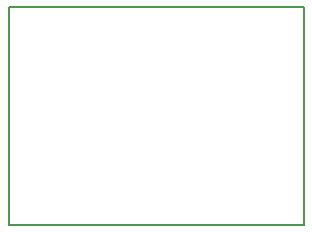
<source format=gbr>
G04 #@! TF.GenerationSoftware,KiCad,Pcbnew,5.0.2-bee76a0~70~ubuntu18.04.1*
G04 #@! TF.CreationDate,2020-06-27T14:22:49+01:00*
G04 #@! TF.ProjectId,picodvi_pmod,7069636f-6476-4695-9f70-6d6f642e6b69,rev?*
G04 #@! TF.SameCoordinates,Original*
G04 #@! TF.FileFunction,Profile,NP*
%FSLAX46Y46*%
G04 Gerber Fmt 4.6, Leading zero omitted, Abs format (unit mm)*
G04 Created by KiCad (PCBNEW 5.0.2-bee76a0~70~ubuntu18.04.1) date Sat 27 Jun 2020 14:22:49 BST*
%MOMM*%
%LPD*%
G01*
G04 APERTURE LIST*
%ADD10C,0.200000*%
G04 APERTURE END LIST*
D10*
X152000000Y-86000000D02*
X152000000Y-67500000D01*
X127000000Y-86000000D02*
X152000000Y-86000000D01*
X127000000Y-67500000D02*
X127000000Y-86000000D01*
X152000000Y-67500000D02*
X127000000Y-67500000D01*
M02*

</source>
